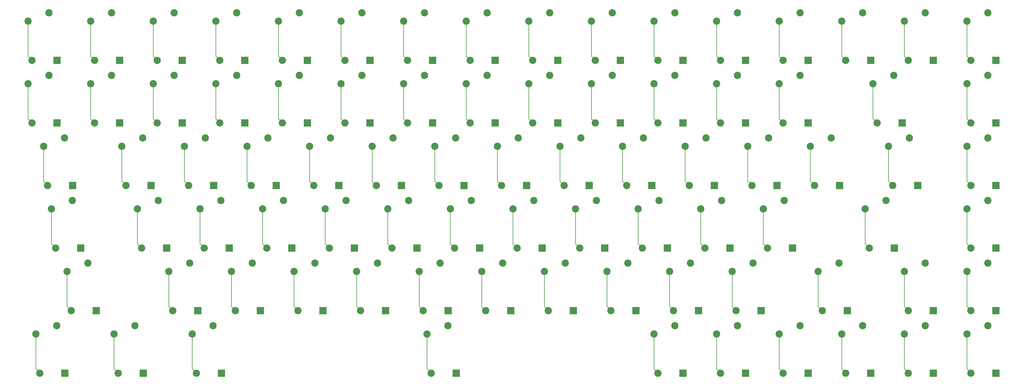
<source format=gbr>
%TF.GenerationSoftware,KiCad,Pcbnew,8.0.8-8.0.8-0~ubuntu22.04.1*%
%TF.CreationDate,2025-03-09T08:59:39-04:00*%
%TF.ProjectId,kb_test,6b625f74-6573-4742-9e6b-696361645f70,rev?*%
%TF.SameCoordinates,Original*%
%TF.FileFunction,Copper,L1,Top*%
%TF.FilePolarity,Positive*%
%FSLAX46Y46*%
G04 Gerber Fmt 4.6, Leading zero omitted, Abs format (unit mm)*
G04 Created by KiCad (PCBNEW 8.0.8-8.0.8-0~ubuntu22.04.1) date 2025-03-09 08:59:39*
%MOMM*%
%LPD*%
G01*
G04 APERTURE LIST*
%TA.AperFunction,ComponentPad*%
%ADD10R,2.200000X2.200000*%
%TD*%
%TA.AperFunction,ComponentPad*%
%ADD11O,2.200000X2.200000*%
%TD*%
%TA.AperFunction,ComponentPad*%
%ADD12C,2.200000*%
%TD*%
%TA.AperFunction,Conductor*%
%ADD13C,0.200000*%
%TD*%
G04 APERTURE END LIST*
D10*
%TO.P,D53,1,K*%
%TO.N,ROW3*%
X184213500Y-137160000D03*
D11*
%TO.P,D53,2,A*%
%TO.N,Net-(D53-A)*%
X176593500Y-137160000D03*
%TD*%
D12*
%TO.P,SW26,1,1*%
%TO.N,COL9*%
X224576000Y-84560000D03*
%TO.P,SW26,2,2*%
%TO.N,Net-(D26-A)*%
X218226000Y-87100000D03*
%TD*%
%TO.P,SW12,1,1*%
%TO.N,COL11*%
X262676000Y-65510000D03*
%TO.P,SW12,2,2*%
%TO.N,Net-(D12-A)*%
X256326000Y-68050000D03*
%TD*%
D10*
%TO.P,D23,1,K*%
%TO.N,ROW1*%
X169926000Y-99060000D03*
D11*
%TO.P,D23,2,A*%
%TO.N,Net-(D23-A)*%
X162306000Y-99060000D03*
%TD*%
D10*
%TO.P,D29,1,K*%
%TO.N,ROW1*%
X284226000Y-99060000D03*
D11*
%TO.P,D29,2,A*%
%TO.N,Net-(D29-A)*%
X276606000Y-99060000D03*
%TD*%
D12*
%TO.P,SW62,1,1*%
%TO.N,COL1*%
X95988500Y-141710000D03*
%TO.P,SW62,2,2*%
%TO.N,Net-(D62-A)*%
X89638500Y-144250000D03*
%TD*%
D10*
%TO.P,D48,1,K*%
%TO.N,ROW3*%
X88963500Y-137160000D03*
D11*
%TO.P,D48,2,A*%
%TO.N,Net-(D48-A)*%
X81343500Y-137160000D03*
%TD*%
D10*
%TO.P,D60,1,K*%
%TO.N,ROW3*%
X341376000Y-137160000D03*
D11*
%TO.P,D60,2,A*%
%TO.N,Net-(D60-A)*%
X333756000Y-137160000D03*
%TD*%
D12*
%TO.P,SW15,1,1*%
%TO.N,COL14*%
X319826000Y-65510000D03*
%TO.P,SW15,2,2*%
%TO.N,Net-(D15-A)*%
X313476000Y-68050000D03*
%TD*%
%TO.P,SW84,1,1*%
%TO.N,COL9*%
X338876000Y-160760000D03*
%TO.P,SW84,2,2*%
%TO.N,Net-(D84-A)*%
X332526000Y-163300000D03*
%TD*%
D10*
%TO.P,D34,1,K*%
%TO.N,ROW2*%
X103251000Y-118110000D03*
D11*
%TO.P,D34,2,A*%
%TO.N,Net-(D34-A)*%
X95631000Y-118110000D03*
%TD*%
D12*
%TO.P,SW37,1,1*%
%TO.N,COL5*%
X157901000Y-103610000D03*
%TO.P,SW37,2,2*%
%TO.N,Net-(D37-A)*%
X151551000Y-106150000D03*
%TD*%
D10*
%TO.P,D1,1,K*%
%TO.N,ROW0*%
X55626000Y-80010000D03*
D11*
%TO.P,D1,2,A*%
%TO.N,Net-(D1-A)*%
X48006000Y-80010000D03*
%TD*%
D12*
%TO.P,SW78,1,1*%
%TO.N,COL3*%
X174569750Y-160760000D03*
%TO.P,SW78,2,2*%
%TO.N,Net-(D78-A)*%
X168219750Y-163300000D03*
%TD*%
D10*
%TO.P,D43,1,K*%
%TO.N,ROW2*%
X274701000Y-118110000D03*
D11*
%TO.P,D43,2,A*%
%TO.N,Net-(D43-A)*%
X267081000Y-118110000D03*
%TD*%
D12*
%TO.P,SW53,1,1*%
%TO.N,COL6*%
X181713500Y-122660000D03*
%TO.P,SW53,2,2*%
%TO.N,Net-(D53-A)*%
X175363500Y-125200000D03*
%TD*%
D10*
%TO.P,D12,1,K*%
%TO.N,ROW0*%
X265176000Y-80010000D03*
D11*
%TO.P,D12,2,A*%
%TO.N,Net-(D12-A)*%
X257556000Y-80010000D03*
%TD*%
D12*
%TO.P,SW68,1,1*%
%TO.N,COL7*%
X210288500Y-141710000D03*
%TO.P,SW68,2,2*%
%TO.N,Net-(D68-A)*%
X203938500Y-144250000D03*
%TD*%
%TO.P,SW29,1,1*%
%TO.N,COL12*%
X281726000Y-84560000D03*
%TO.P,SW29,2,2*%
%TO.N,Net-(D29-A)*%
X275376000Y-87100000D03*
%TD*%
D10*
%TO.P,D73,1,K*%
%TO.N,ROW4*%
X322326000Y-156210000D03*
D11*
%TO.P,D73,2,A*%
%TO.N,Net-(D73-A)*%
X314706000Y-156210000D03*
%TD*%
D10*
%TO.P,D24,1,K*%
%TO.N,ROW1*%
X188976000Y-99060000D03*
D11*
%TO.P,D24,2,A*%
%TO.N,Net-(D24-A)*%
X181356000Y-99060000D03*
%TD*%
D10*
%TO.P,D40,1,K*%
%TO.N,ROW2*%
X217551000Y-118110000D03*
D11*
%TO.P,D40,2,A*%
%TO.N,Net-(D40-A)*%
X209931000Y-118110000D03*
%TD*%
D10*
%TO.P,D62,1,K*%
%TO.N,ROW4*%
X98488500Y-156210000D03*
D11*
%TO.P,D62,2,A*%
%TO.N,Net-(D62-A)*%
X90868500Y-156210000D03*
%TD*%
D12*
%TO.P,SW34,1,1*%
%TO.N,COL2*%
X100751000Y-103610000D03*
%TO.P,SW34,2,2*%
%TO.N,Net-(D34-A)*%
X94401000Y-106150000D03*
%TD*%
%TO.P,SW24,1,1*%
%TO.N,COL7*%
X186476000Y-84560000D03*
%TO.P,SW24,2,2*%
%TO.N,Net-(D24-A)*%
X180126000Y-87100000D03*
%TD*%
%TO.P,SW32,1,1*%
%TO.N,COL0*%
X57888500Y-103610000D03*
%TO.P,SW32,2,2*%
%TO.N,Net-(D32-A)*%
X51538500Y-106150000D03*
%TD*%
%TO.P,SW16,1,1*%
%TO.N,COL15*%
X338876000Y-65510000D03*
%TO.P,SW16,2,2*%
%TO.N,Net-(D16-A)*%
X332526000Y-68050000D03*
%TD*%
%TO.P,SW54,1,1*%
%TO.N,COL7*%
X200763500Y-122660000D03*
%TO.P,SW54,2,2*%
%TO.N,Net-(D54-A)*%
X194413500Y-125200000D03*
%TD*%
D10*
%TO.P,D84,1,K*%
%TO.N,ROW5*%
X341376000Y-175260000D03*
D11*
%TO.P,D84,2,A*%
%TO.N,Net-(D84-A)*%
X333756000Y-175260000D03*
%TD*%
D12*
%TO.P,SW36,1,1*%
%TO.N,COL4*%
X138851000Y-103610000D03*
%TO.P,SW36,2,2*%
%TO.N,Net-(D36-A)*%
X132501000Y-106150000D03*
%TD*%
%TO.P,SW6,1,1*%
%TO.N,COL5*%
X148376000Y-65510000D03*
%TO.P,SW6,2,2*%
%TO.N,Net-(D6-A)*%
X142026000Y-68050000D03*
%TD*%
%TO.P,SW44,1,1*%
%TO.N,COL12*%
X291251000Y-103610000D03*
%TO.P,SW44,2,2*%
%TO.N,Net-(D44-A)*%
X284901000Y-106150000D03*
%TD*%
%TO.P,SW9,1,1*%
%TO.N,COL8*%
X205526000Y-65510000D03*
%TO.P,SW9,2,2*%
%TO.N,Net-(D9-A)*%
X199176000Y-68050000D03*
%TD*%
%TO.P,SW51,1,1*%
%TO.N,COL4*%
X143613500Y-122660000D03*
%TO.P,SW51,2,2*%
%TO.N,Net-(D51-A)*%
X137263500Y-125200000D03*
%TD*%
%TO.P,SW45,1,1*%
%TO.N,COL13*%
X315063500Y-103610000D03*
%TO.P,SW45,2,2*%
%TO.N,Net-(D45-A)*%
X308713500Y-106150000D03*
%TD*%
D10*
%TO.P,D36,1,K*%
%TO.N,ROW2*%
X141351000Y-118110000D03*
D11*
%TO.P,D36,2,A*%
%TO.N,Net-(D36-A)*%
X133731000Y-118110000D03*
%TD*%
D10*
%TO.P,D76,1,K*%
%TO.N,ROW5*%
X81819750Y-175260000D03*
D11*
%TO.P,D76,2,A*%
%TO.N,Net-(D76-A)*%
X74199750Y-175260000D03*
%TD*%
D12*
%TO.P,SW52,1,1*%
%TO.N,COL5*%
X162663500Y-122660000D03*
%TO.P,SW52,2,2*%
%TO.N,Net-(D52-A)*%
X156313500Y-125200000D03*
%TD*%
%TO.P,SW58,1,1*%
%TO.N,COL11*%
X276963500Y-122660000D03*
%TO.P,SW58,2,2*%
%TO.N,Net-(D58-A)*%
X270613500Y-125200000D03*
%TD*%
D10*
%TO.P,D69,1,K*%
%TO.N,ROW4*%
X231838500Y-156210000D03*
D11*
%TO.P,D69,2,A*%
%TO.N,Net-(D69-A)*%
X224218500Y-156210000D03*
%TD*%
D12*
%TO.P,SW66,1,1*%
%TO.N,COL5*%
X172188500Y-141710000D03*
%TO.P,SW66,2,2*%
%TO.N,Net-(D66-A)*%
X165838500Y-144250000D03*
%TD*%
D10*
%TO.P,D5,1,K*%
%TO.N,ROW0*%
X131826000Y-80010000D03*
D11*
%TO.P,D5,2,A*%
%TO.N,Net-(D5-A)*%
X124206000Y-80010000D03*
%TD*%
D10*
%TO.P,D38,1,K*%
%TO.N,ROW2*%
X179451000Y-118110000D03*
D11*
%TO.P,D38,2,A*%
%TO.N,Net-(D38-A)*%
X171831000Y-118110000D03*
%TD*%
D10*
%TO.P,D21,1,K*%
%TO.N,ROW1*%
X131826000Y-99060000D03*
D11*
%TO.P,D21,2,A*%
%TO.N,Net-(D21-A)*%
X124206000Y-99060000D03*
%TD*%
D10*
%TO.P,D30,1,K*%
%TO.N,ROW1*%
X312801000Y-99060000D03*
D11*
%TO.P,D30,2,A*%
%TO.N,Net-(D30-A)*%
X305181000Y-99060000D03*
%TD*%
D12*
%TO.P,SW33,1,1*%
%TO.N,COL1*%
X81701000Y-103610000D03*
%TO.P,SW33,2,2*%
%TO.N,Net-(D33-A)*%
X75351000Y-106150000D03*
%TD*%
%TO.P,SW14,1,1*%
%TO.N,COL13*%
X300776000Y-65510000D03*
%TO.P,SW14,2,2*%
%TO.N,Net-(D14-A)*%
X294426000Y-68050000D03*
%TD*%
D10*
%TO.P,D10,1,K*%
%TO.N,ROW0*%
X227076000Y-80010000D03*
D11*
%TO.P,D10,2,A*%
%TO.N,Net-(D10-A)*%
X219456000Y-80010000D03*
%TD*%
D10*
%TO.P,D16,1,K*%
%TO.N,ROW0*%
X341376000Y-80010000D03*
D11*
%TO.P,D16,2,A*%
%TO.N,Net-(D16-A)*%
X333756000Y-80010000D03*
%TD*%
D12*
%TO.P,SW77,1,1*%
%TO.N,COL2*%
X103132250Y-160760000D03*
%TO.P,SW77,2,2*%
%TO.N,Net-(D77-A)*%
X96782250Y-163300000D03*
%TD*%
D10*
%TO.P,D28,1,K*%
%TO.N,ROW1*%
X265176000Y-99060000D03*
D11*
%TO.P,D28,2,A*%
%TO.N,Net-(D28-A)*%
X257556000Y-99060000D03*
%TD*%
D10*
%TO.P,D11,1,K*%
%TO.N,ROW0*%
X246126000Y-80010000D03*
D11*
%TO.P,D11,2,A*%
%TO.N,Net-(D11-A)*%
X238506000Y-80010000D03*
%TD*%
D10*
%TO.P,D39,1,K*%
%TO.N,ROW2*%
X198501000Y-118110000D03*
D11*
%TO.P,D39,2,A*%
%TO.N,Net-(D39-A)*%
X190881000Y-118110000D03*
%TD*%
D12*
%TO.P,SW71,1,1*%
%TO.N,COL10*%
X267438500Y-141710000D03*
%TO.P,SW71,2,2*%
%TO.N,Net-(D71-A)*%
X261088500Y-144250000D03*
%TD*%
%TO.P,SW20,1,1*%
%TO.N,COL3*%
X110276000Y-84560000D03*
%TO.P,SW20,2,2*%
%TO.N,Net-(D20-A)*%
X103926000Y-87100000D03*
%TD*%
D10*
%TO.P,D82,1,K*%
%TO.N,ROW5*%
X303276000Y-175260000D03*
D11*
%TO.P,D82,2,A*%
%TO.N,Net-(D82-A)*%
X295656000Y-175260000D03*
%TD*%
D10*
%TO.P,D74,1,K*%
%TO.N,ROW4*%
X341376000Y-156210000D03*
D11*
%TO.P,D74,2,A*%
%TO.N,Net-(D74-A)*%
X333756000Y-156210000D03*
%TD*%
D12*
%TO.P,SW39,1,1*%
%TO.N,COL7*%
X196001000Y-103610000D03*
%TO.P,SW39,2,2*%
%TO.N,Net-(D39-A)*%
X189651000Y-106150000D03*
%TD*%
%TO.P,SW83,1,1*%
%TO.N,COL8*%
X319826000Y-160760000D03*
%TO.P,SW83,2,2*%
%TO.N,Net-(D83-A)*%
X313476000Y-163300000D03*
%TD*%
%TO.P,SW38,1,1*%
%TO.N,COL6*%
X176951000Y-103610000D03*
%TO.P,SW38,2,2*%
%TO.N,Net-(D38-A)*%
X170601000Y-106150000D03*
%TD*%
D10*
%TO.P,D59,1,K*%
%TO.N,ROW3*%
X310419750Y-137160000D03*
D11*
%TO.P,D59,2,A*%
%TO.N,Net-(D59-A)*%
X302799750Y-137160000D03*
%TD*%
D10*
%TO.P,D42,1,K*%
%TO.N,ROW2*%
X255651000Y-118110000D03*
D11*
%TO.P,D42,2,A*%
%TO.N,Net-(D42-A)*%
X248031000Y-118110000D03*
%TD*%
D12*
%TO.P,SW80,1,1*%
%TO.N,COL5*%
X262676000Y-160760000D03*
%TO.P,SW80,2,2*%
%TO.N,Net-(D80-A)*%
X256326000Y-163300000D03*
%TD*%
D10*
%TO.P,D13,1,K*%
%TO.N,ROW0*%
X284226000Y-80010000D03*
D11*
%TO.P,D13,2,A*%
%TO.N,Net-(D13-A)*%
X276606000Y-80010000D03*
%TD*%
D12*
%TO.P,SW48,1,1*%
%TO.N,COL1*%
X86463500Y-122660000D03*
%TO.P,SW48,2,2*%
%TO.N,Net-(D48-A)*%
X80113500Y-125200000D03*
%TD*%
D10*
%TO.P,D83,1,K*%
%TO.N,ROW5*%
X322326000Y-175260000D03*
D11*
%TO.P,D83,2,A*%
%TO.N,Net-(D83-A)*%
X314706000Y-175260000D03*
%TD*%
D10*
%TO.P,D55,1,K*%
%TO.N,ROW3*%
X222313500Y-137160000D03*
D11*
%TO.P,D55,2,A*%
%TO.N,Net-(D55-A)*%
X214693500Y-137160000D03*
%TD*%
D12*
%TO.P,SW79,1,1*%
%TO.N,COL4*%
X243626000Y-160760000D03*
%TO.P,SW79,2,2*%
%TO.N,Net-(D79-A)*%
X237276000Y-163300000D03*
%TD*%
%TO.P,SW35,1,1*%
%TO.N,COL3*%
X119801000Y-103610000D03*
%TO.P,SW35,2,2*%
%TO.N,Net-(D35-A)*%
X113451000Y-106150000D03*
%TD*%
%TO.P,SW23,1,1*%
%TO.N,COL6*%
X167426000Y-84560000D03*
%TO.P,SW23,2,2*%
%TO.N,Net-(D23-A)*%
X161076000Y-87100000D03*
%TD*%
D10*
%TO.P,D41,1,K*%
%TO.N,ROW2*%
X236601000Y-118110000D03*
D11*
%TO.P,D41,2,A*%
%TO.N,Net-(D41-A)*%
X228981000Y-118110000D03*
%TD*%
D10*
%TO.P,D27,1,K*%
%TO.N,ROW1*%
X246126000Y-99060000D03*
D11*
%TO.P,D27,2,A*%
%TO.N,Net-(D27-A)*%
X238506000Y-99060000D03*
%TD*%
D12*
%TO.P,SW43,1,1*%
%TO.N,COL11*%
X272201000Y-103610000D03*
%TO.P,SW43,2,2*%
%TO.N,Net-(D43-A)*%
X265851000Y-106150000D03*
%TD*%
%TO.P,SW8,1,1*%
%TO.N,COL7*%
X186476000Y-65510000D03*
%TO.P,SW8,2,2*%
%TO.N,Net-(D8-A)*%
X180126000Y-68050000D03*
%TD*%
%TO.P,SW69,1,1*%
%TO.N,COL8*%
X229338500Y-141710000D03*
%TO.P,SW69,2,2*%
%TO.N,Net-(D69-A)*%
X222988500Y-144250000D03*
%TD*%
%TO.P,SW21,1,1*%
%TO.N,COL4*%
X129326000Y-84560000D03*
%TO.P,SW21,2,2*%
%TO.N,Net-(D21-A)*%
X122976000Y-87100000D03*
%TD*%
D10*
%TO.P,D46,1,K*%
%TO.N,ROW2*%
X341376000Y-118110000D03*
D11*
%TO.P,D46,2,A*%
%TO.N,Net-(D46-A)*%
X333756000Y-118110000D03*
%TD*%
D10*
%TO.P,D79,1,K*%
%TO.N,ROW5*%
X246126000Y-175260000D03*
D11*
%TO.P,D79,2,A*%
%TO.N,Net-(D79-A)*%
X238506000Y-175260000D03*
%TD*%
D10*
%TO.P,D72,1,K*%
%TO.N,ROW4*%
X296132250Y-156210000D03*
D11*
%TO.P,D72,2,A*%
%TO.N,Net-(D72-A)*%
X288512250Y-156210000D03*
%TD*%
D10*
%TO.P,D71,1,K*%
%TO.N,ROW4*%
X269938500Y-156210000D03*
D11*
%TO.P,D71,2,A*%
%TO.N,Net-(D71-A)*%
X262318500Y-156210000D03*
%TD*%
D12*
%TO.P,SW5,1,1*%
%TO.N,COL4*%
X129326000Y-65510000D03*
%TO.P,SW5,2,2*%
%TO.N,Net-(D5-A)*%
X122976000Y-68050000D03*
%TD*%
%TO.P,SW30,1,1*%
%TO.N,COL13*%
X310301000Y-84560000D03*
%TO.P,SW30,2,2*%
%TO.N,Net-(D30-A)*%
X303951000Y-87100000D03*
%TD*%
D10*
%TO.P,D35,1,K*%
%TO.N,ROW2*%
X122301000Y-118110000D03*
D11*
%TO.P,D35,2,A*%
%TO.N,Net-(D35-A)*%
X114681000Y-118110000D03*
%TD*%
D10*
%TO.P,D6,1,K*%
%TO.N,ROW0*%
X150876000Y-80010000D03*
D11*
%TO.P,D6,2,A*%
%TO.N,Net-(D6-A)*%
X143256000Y-80010000D03*
%TD*%
D12*
%TO.P,SW72,1,1*%
%TO.N,COL11*%
X293632250Y-141710000D03*
%TO.P,SW72,2,2*%
%TO.N,Net-(D72-A)*%
X287282250Y-144250000D03*
%TD*%
D10*
%TO.P,D78,1,K*%
%TO.N,ROW5*%
X177069750Y-175260000D03*
D11*
%TO.P,D78,2,A*%
%TO.N,Net-(D78-A)*%
X169449750Y-175260000D03*
%TD*%
D10*
%TO.P,D22,1,K*%
%TO.N,ROW1*%
X150876000Y-99060000D03*
D11*
%TO.P,D22,2,A*%
%TO.N,Net-(D22-A)*%
X143256000Y-99060000D03*
%TD*%
D10*
%TO.P,D45,1,K*%
%TO.N,ROW2*%
X317563500Y-118110000D03*
D11*
%TO.P,D45,2,A*%
%TO.N,Net-(D45-A)*%
X309943500Y-118110000D03*
%TD*%
D10*
%TO.P,D67,1,K*%
%TO.N,ROW4*%
X193738500Y-156210000D03*
D11*
%TO.P,D67,2,A*%
%TO.N,Net-(D67-A)*%
X186118500Y-156210000D03*
%TD*%
D10*
%TO.P,D8,1,K*%
%TO.N,ROW0*%
X188976000Y-80010000D03*
D11*
%TO.P,D8,2,A*%
%TO.N,Net-(D8-A)*%
X181356000Y-80010000D03*
%TD*%
D12*
%TO.P,SW75,1,1*%
%TO.N,COL0*%
X55507250Y-160760000D03*
%TO.P,SW75,2,2*%
%TO.N,Net-(D75-A)*%
X49157250Y-163300000D03*
%TD*%
D10*
%TO.P,D68,1,K*%
%TO.N,ROW4*%
X212788500Y-156210000D03*
D11*
%TO.P,D68,2,A*%
%TO.N,Net-(D68-A)*%
X205168500Y-156210000D03*
%TD*%
D10*
%TO.P,D54,1,K*%
%TO.N,ROW3*%
X203263500Y-137160000D03*
D11*
%TO.P,D54,2,A*%
%TO.N,Net-(D54-A)*%
X195643500Y-137160000D03*
%TD*%
D12*
%TO.P,SW2,1,1*%
%TO.N,COL1*%
X72176000Y-65510000D03*
%TO.P,SW2,2,2*%
%TO.N,Net-(D2-A)*%
X65826000Y-68050000D03*
%TD*%
D10*
%TO.P,D33,1,K*%
%TO.N,ROW2*%
X84201000Y-118110000D03*
D11*
%TO.P,D33,2,A*%
%TO.N,Net-(D33-A)*%
X76581000Y-118110000D03*
%TD*%
D10*
%TO.P,D31,1,K*%
%TO.N,ROW1*%
X341376000Y-99060000D03*
D11*
%TO.P,D31,2,A*%
%TO.N,Net-(D31-A)*%
X333756000Y-99060000D03*
%TD*%
D12*
%TO.P,SW10,1,1*%
%TO.N,COL9*%
X224576000Y-65510000D03*
%TO.P,SW10,2,2*%
%TO.N,Net-(D10-A)*%
X218226000Y-68050000D03*
%TD*%
D10*
%TO.P,D20,1,K*%
%TO.N,ROW1*%
X112776000Y-99060000D03*
D11*
%TO.P,D20,2,A*%
%TO.N,Net-(D20-A)*%
X105156000Y-99060000D03*
%TD*%
D12*
%TO.P,SW60,1,1*%
%TO.N,COL13*%
X338876000Y-122660000D03*
%TO.P,SW60,2,2*%
%TO.N,Net-(D60-A)*%
X332526000Y-125200000D03*
%TD*%
D10*
%TO.P,D75,1,K*%
%TO.N,ROW5*%
X58007250Y-175260000D03*
D11*
%TO.P,D75,2,A*%
%TO.N,Net-(D75-A)*%
X50387250Y-175260000D03*
%TD*%
D12*
%TO.P,SW11,1,1*%
%TO.N,COL10*%
X243626000Y-65510000D03*
%TO.P,SW11,2,2*%
%TO.N,Net-(D11-A)*%
X237276000Y-68050000D03*
%TD*%
D10*
%TO.P,D19,1,K*%
%TO.N,ROW1*%
X93726000Y-99060000D03*
D11*
%TO.P,D19,2,A*%
%TO.N,Net-(D19-A)*%
X86106000Y-99060000D03*
%TD*%
D12*
%TO.P,SW28,1,1*%
%TO.N,COL11*%
X262676000Y-84560000D03*
%TO.P,SW28,2,2*%
%TO.N,Net-(D28-A)*%
X256326000Y-87100000D03*
%TD*%
D10*
%TO.P,D15,1,K*%
%TO.N,ROW0*%
X322326000Y-80010000D03*
D11*
%TO.P,D15,2,A*%
%TO.N,Net-(D15-A)*%
X314706000Y-80010000D03*
%TD*%
D12*
%TO.P,SW67,1,1*%
%TO.N,COL6*%
X191238500Y-141710000D03*
%TO.P,SW67,2,2*%
%TO.N,Net-(D67-A)*%
X184888500Y-144250000D03*
%TD*%
%TO.P,SW47,1,1*%
%TO.N,COL0*%
X60269750Y-122660000D03*
%TO.P,SW47,2,2*%
%TO.N,Net-(D47-A)*%
X53919750Y-125200000D03*
%TD*%
%TO.P,SW25,1,1*%
%TO.N,COL8*%
X205526000Y-84560000D03*
%TO.P,SW25,2,2*%
%TO.N,Net-(D25-A)*%
X199176000Y-87100000D03*
%TD*%
%TO.P,SW74,1,1*%
%TO.N,COL13*%
X338876000Y-141710000D03*
%TO.P,SW74,2,2*%
%TO.N,Net-(D74-A)*%
X332526000Y-144250000D03*
%TD*%
%TO.P,SW82,1,1*%
%TO.N,COL7*%
X300776000Y-160760000D03*
%TO.P,SW82,2,2*%
%TO.N,Net-(D82-A)*%
X294426000Y-163300000D03*
%TD*%
%TO.P,SW63,1,1*%
%TO.N,COL2*%
X115038500Y-141710000D03*
%TO.P,SW63,2,2*%
%TO.N,Net-(D63-A)*%
X108688500Y-144250000D03*
%TD*%
%TO.P,SW50,1,1*%
%TO.N,COL3*%
X124563500Y-122660000D03*
%TO.P,SW50,2,2*%
%TO.N,Net-(D50-A)*%
X118213500Y-125200000D03*
%TD*%
D10*
%TO.P,D47,1,K*%
%TO.N,ROW3*%
X62769750Y-137160000D03*
D11*
%TO.P,D47,2,A*%
%TO.N,Net-(D47-A)*%
X55149750Y-137160000D03*
%TD*%
D10*
%TO.P,D58,1,K*%
%TO.N,ROW3*%
X279463500Y-137160000D03*
D11*
%TO.P,D58,2,A*%
%TO.N,Net-(D58-A)*%
X271843500Y-137160000D03*
%TD*%
D10*
%TO.P,D63,1,K*%
%TO.N,ROW4*%
X117538500Y-156210000D03*
D11*
%TO.P,D63,2,A*%
%TO.N,Net-(D63-A)*%
X109918500Y-156210000D03*
%TD*%
D12*
%TO.P,SW1,1,1*%
%TO.N,COL0*%
X53126000Y-65510000D03*
%TO.P,SW1,2,2*%
%TO.N,Net-(D1-A)*%
X46776000Y-68050000D03*
%TD*%
D10*
%TO.P,D49,1,K*%
%TO.N,ROW3*%
X108013500Y-137160000D03*
D11*
%TO.P,D49,2,A*%
%TO.N,Net-(D49-A)*%
X100393500Y-137160000D03*
%TD*%
D12*
%TO.P,SW17,1,1*%
%TO.N,COL0*%
X53126000Y-84560000D03*
%TO.P,SW17,2,2*%
%TO.N,Net-(D17-A)*%
X46776000Y-87100000D03*
%TD*%
%TO.P,SW56,1,1*%
%TO.N,COL9*%
X238863500Y-122660000D03*
%TO.P,SW56,2,2*%
%TO.N,Net-(D56-A)*%
X232513500Y-125200000D03*
%TD*%
D10*
%TO.P,D57,1,K*%
%TO.N,ROW3*%
X260413500Y-137160000D03*
D11*
%TO.P,D57,2,A*%
%TO.N,Net-(D57-A)*%
X252793500Y-137160000D03*
%TD*%
D10*
%TO.P,D80,1,K*%
%TO.N,ROW5*%
X265176000Y-175260000D03*
D11*
%TO.P,D80,2,A*%
%TO.N,Net-(D80-A)*%
X257556000Y-175260000D03*
%TD*%
D10*
%TO.P,D14,1,K*%
%TO.N,ROW0*%
X303276000Y-80010000D03*
D11*
%TO.P,D14,2,A*%
%TO.N,Net-(D14-A)*%
X295656000Y-80010000D03*
%TD*%
D12*
%TO.P,SW13,1,1*%
%TO.N,COL12*%
X281726000Y-65510000D03*
%TO.P,SW13,2,2*%
%TO.N,Net-(D13-A)*%
X275376000Y-68050000D03*
%TD*%
%TO.P,SW4,1,1*%
%TO.N,COL3*%
X110276000Y-65510000D03*
%TO.P,SW4,2,2*%
%TO.N,Net-(D4-A)*%
X103926000Y-68050000D03*
%TD*%
%TO.P,SW18,1,1*%
%TO.N,COL1*%
X72176000Y-84560000D03*
%TO.P,SW18,2,2*%
%TO.N,Net-(D18-A)*%
X65826000Y-87100000D03*
%TD*%
D10*
%TO.P,D52,1,K*%
%TO.N,ROW3*%
X165163500Y-137160000D03*
D11*
%TO.P,D52,2,A*%
%TO.N,Net-(D52-A)*%
X157543500Y-137160000D03*
%TD*%
D12*
%TO.P,SW7,1,1*%
%TO.N,COL6*%
X167426000Y-65510000D03*
%TO.P,SW7,2,2*%
%TO.N,Net-(D7-A)*%
X161076000Y-68050000D03*
%TD*%
D10*
%TO.P,D65,1,K*%
%TO.N,ROW4*%
X155638500Y-156210000D03*
D11*
%TO.P,D65,2,A*%
%TO.N,Net-(D65-A)*%
X148018500Y-156210000D03*
%TD*%
D10*
%TO.P,D77,1,K*%
%TO.N,ROW5*%
X105632250Y-175260000D03*
D11*
%TO.P,D77,2,A*%
%TO.N,Net-(D77-A)*%
X98012250Y-175260000D03*
%TD*%
D10*
%TO.P,D50,1,K*%
%TO.N,ROW3*%
X127063500Y-137160000D03*
D11*
%TO.P,D50,2,A*%
%TO.N,Net-(D50-A)*%
X119443500Y-137160000D03*
%TD*%
D12*
%TO.P,SW22,1,1*%
%TO.N,COL5*%
X148376000Y-84560000D03*
%TO.P,SW22,2,2*%
%TO.N,Net-(D22-A)*%
X142026000Y-87100000D03*
%TD*%
%TO.P,SW73,1,1*%
%TO.N,COL12*%
X319826000Y-141710000D03*
%TO.P,SW73,2,2*%
%TO.N,Net-(D73-A)*%
X313476000Y-144250000D03*
%TD*%
%TO.P,SW61,1,1*%
%TO.N,COL0*%
X65032250Y-141710000D03*
%TO.P,SW61,2,2*%
%TO.N,Net-(D61-A)*%
X58682250Y-144250000D03*
%TD*%
D10*
%TO.P,D32,1,K*%
%TO.N,ROW2*%
X60388500Y-118110000D03*
D11*
%TO.P,D32,2,A*%
%TO.N,Net-(D32-A)*%
X52768500Y-118110000D03*
%TD*%
D10*
%TO.P,D7,1,K*%
%TO.N,ROW0*%
X169926000Y-80010000D03*
D11*
%TO.P,D7,2,A*%
%TO.N,Net-(D7-A)*%
X162306000Y-80010000D03*
%TD*%
D12*
%TO.P,SW27,1,1*%
%TO.N,COL10*%
X243626000Y-84560000D03*
%TO.P,SW27,2,2*%
%TO.N,Net-(D27-A)*%
X237276000Y-87100000D03*
%TD*%
D10*
%TO.P,D66,1,K*%
%TO.N,ROW4*%
X174688500Y-156210000D03*
D11*
%TO.P,D66,2,A*%
%TO.N,Net-(D66-A)*%
X167068500Y-156210000D03*
%TD*%
D10*
%TO.P,D81,1,K*%
%TO.N,ROW5*%
X284226000Y-175260000D03*
D11*
%TO.P,D81,2,A*%
%TO.N,Net-(D81-A)*%
X276606000Y-175260000D03*
%TD*%
D10*
%TO.P,D56,1,K*%
%TO.N,ROW3*%
X241363500Y-137160000D03*
D11*
%TO.P,D56,2,A*%
%TO.N,Net-(D56-A)*%
X233743500Y-137160000D03*
%TD*%
D12*
%TO.P,SW65,1,1*%
%TO.N,COL4*%
X153138500Y-141710000D03*
%TO.P,SW65,2,2*%
%TO.N,Net-(D65-A)*%
X146788500Y-144250000D03*
%TD*%
D10*
%TO.P,D2,1,K*%
%TO.N,ROW0*%
X74676000Y-80010000D03*
D11*
%TO.P,D2,2,A*%
%TO.N,Net-(D2-A)*%
X67056000Y-80010000D03*
%TD*%
D10*
%TO.P,D64,1,K*%
%TO.N,ROW4*%
X136588500Y-156210000D03*
D11*
%TO.P,D64,2,A*%
%TO.N,Net-(D64-A)*%
X128968500Y-156210000D03*
%TD*%
D10*
%TO.P,D25,1,K*%
%TO.N,ROW1*%
X208026000Y-99060000D03*
D11*
%TO.P,D25,2,A*%
%TO.N,Net-(D25-A)*%
X200406000Y-99060000D03*
%TD*%
D10*
%TO.P,D3,1,K*%
%TO.N,ROW0*%
X93726000Y-80010000D03*
D11*
%TO.P,D3,2,A*%
%TO.N,Net-(D3-A)*%
X86106000Y-80010000D03*
%TD*%
D12*
%TO.P,SW76,1,1*%
%TO.N,COL1*%
X79319750Y-160760000D03*
%TO.P,SW76,2,2*%
%TO.N,Net-(D76-A)*%
X72969750Y-163300000D03*
%TD*%
D10*
%TO.P,D17,1,K*%
%TO.N,ROW1*%
X55626000Y-99060000D03*
D11*
%TO.P,D17,2,A*%
%TO.N,Net-(D17-A)*%
X48006000Y-99060000D03*
%TD*%
D12*
%TO.P,SW41,1,1*%
%TO.N,COL9*%
X234101000Y-103610000D03*
%TO.P,SW41,2,2*%
%TO.N,Net-(D41-A)*%
X227751000Y-106150000D03*
%TD*%
%TO.P,SW57,1,1*%
%TO.N,COL10*%
X257913500Y-122660000D03*
%TO.P,SW57,2,2*%
%TO.N,Net-(D57-A)*%
X251563500Y-125200000D03*
%TD*%
D10*
%TO.P,D9,1,K*%
%TO.N,ROW0*%
X208026000Y-80010000D03*
D11*
%TO.P,D9,2,A*%
%TO.N,Net-(D9-A)*%
X200406000Y-80010000D03*
%TD*%
D12*
%TO.P,SW64,1,1*%
%TO.N,COL3*%
X134088500Y-141710000D03*
%TO.P,SW64,2,2*%
%TO.N,Net-(D64-A)*%
X127738500Y-144250000D03*
%TD*%
%TO.P,SW19,1,1*%
%TO.N,COL2*%
X91226000Y-84560000D03*
%TO.P,SW19,2,2*%
%TO.N,Net-(D19-A)*%
X84876000Y-87100000D03*
%TD*%
D10*
%TO.P,D4,1,K*%
%TO.N,ROW0*%
X112776000Y-80010000D03*
D11*
%TO.P,D4,2,A*%
%TO.N,Net-(D4-A)*%
X105156000Y-80010000D03*
%TD*%
D10*
%TO.P,D70,1,K*%
%TO.N,ROW4*%
X250888500Y-156210000D03*
D11*
%TO.P,D70,2,A*%
%TO.N,Net-(D70-A)*%
X243268500Y-156210000D03*
%TD*%
D10*
%TO.P,D44,1,K*%
%TO.N,ROW2*%
X293751000Y-118110000D03*
D11*
%TO.P,D44,2,A*%
%TO.N,Net-(D44-A)*%
X286131000Y-118110000D03*
%TD*%
D10*
%TO.P,D18,1,K*%
%TO.N,ROW1*%
X74676000Y-99060000D03*
D11*
%TO.P,D18,2,A*%
%TO.N,Net-(D18-A)*%
X67056000Y-99060000D03*
%TD*%
D10*
%TO.P,D37,1,K*%
%TO.N,ROW2*%
X160401000Y-118110000D03*
D11*
%TO.P,D37,2,A*%
%TO.N,Net-(D37-A)*%
X152781000Y-118110000D03*
%TD*%
D12*
%TO.P,SW55,1,1*%
%TO.N,COL8*%
X219813500Y-122660000D03*
%TO.P,SW55,2,2*%
%TO.N,Net-(D55-A)*%
X213463500Y-125200000D03*
%TD*%
D10*
%TO.P,D51,1,K*%
%TO.N,ROW3*%
X146113500Y-137160000D03*
D11*
%TO.P,D51,2,A*%
%TO.N,Net-(D51-A)*%
X138493500Y-137160000D03*
%TD*%
D12*
%TO.P,SW49,1,1*%
%TO.N,COL2*%
X105513500Y-122660000D03*
%TO.P,SW49,2,2*%
%TO.N,Net-(D49-A)*%
X99163500Y-125200000D03*
%TD*%
%TO.P,SW59,1,1*%
%TO.N,COL12*%
X307919750Y-122660000D03*
%TO.P,SW59,2,2*%
%TO.N,Net-(D59-A)*%
X301569750Y-125200000D03*
%TD*%
%TO.P,SW46,1,1*%
%TO.N,COL14*%
X338876000Y-103610000D03*
%TO.P,SW46,2,2*%
%TO.N,Net-(D46-A)*%
X332526000Y-106150000D03*
%TD*%
%TO.P,SW70,1,1*%
%TO.N,COL9*%
X248388500Y-141710000D03*
%TO.P,SW70,2,2*%
%TO.N,Net-(D70-A)*%
X242038500Y-144250000D03*
%TD*%
%TO.P,SW3,1,1*%
%TO.N,COL2*%
X91226000Y-65510000D03*
%TO.P,SW3,2,2*%
%TO.N,Net-(D3-A)*%
X84876000Y-68050000D03*
%TD*%
%TO.P,SW31,1,1*%
%TO.N,COL14*%
X338876000Y-84560000D03*
%TO.P,SW31,2,2*%
%TO.N,Net-(D31-A)*%
X332526000Y-87100000D03*
%TD*%
D10*
%TO.P,D61,1,K*%
%TO.N,ROW4*%
X67532250Y-156210000D03*
D11*
%TO.P,D61,2,A*%
%TO.N,Net-(D61-A)*%
X59912250Y-156210000D03*
%TD*%
D10*
%TO.P,D26,1,K*%
%TO.N,ROW1*%
X227076000Y-99060000D03*
D11*
%TO.P,D26,2,A*%
%TO.N,Net-(D26-A)*%
X219456000Y-99060000D03*
%TD*%
D12*
%TO.P,SW81,1,1*%
%TO.N,COL6*%
X281726000Y-160760000D03*
%TO.P,SW81,2,2*%
%TO.N,Net-(D81-A)*%
X275376000Y-163300000D03*
%TD*%
%TO.P,SW40,1,1*%
%TO.N,COL8*%
X215051000Y-103610000D03*
%TO.P,SW40,2,2*%
%TO.N,Net-(D40-A)*%
X208701000Y-106150000D03*
%TD*%
%TO.P,SW42,1,1*%
%TO.N,COL10*%
X253151000Y-103610000D03*
%TO.P,SW42,2,2*%
%TO.N,Net-(D42-A)*%
X246801000Y-106150000D03*
%TD*%
D13*
%TO.N,Net-(D1-A)*%
X46776000Y-78780000D02*
X48006000Y-80010000D01*
X46776000Y-68050000D02*
X46776000Y-78780000D01*
%TO.N,Net-(D2-A)*%
X65826000Y-78780000D02*
X67056000Y-80010000D01*
X65826000Y-68050000D02*
X65826000Y-78780000D01*
%TO.N,Net-(D3-A)*%
X84876000Y-68050000D02*
X84876000Y-78780000D01*
X84876000Y-78780000D02*
X86106000Y-80010000D01*
%TO.N,Net-(D4-A)*%
X103926000Y-68050000D02*
X103926000Y-78780000D01*
X103926000Y-78780000D02*
X105156000Y-80010000D01*
%TO.N,Net-(D5-A)*%
X122976000Y-68050000D02*
X122976000Y-78780000D01*
X122976000Y-78780000D02*
X124206000Y-80010000D01*
%TO.N,Net-(D6-A)*%
X142026000Y-68050000D02*
X142026000Y-78780000D01*
X142026000Y-78780000D02*
X143256000Y-80010000D01*
%TO.N,Net-(D7-A)*%
X161076000Y-68050000D02*
X161076000Y-78780000D01*
X161076000Y-78780000D02*
X162306000Y-80010000D01*
%TO.N,Net-(D8-A)*%
X180126000Y-68050000D02*
X180126000Y-78780000D01*
X180126000Y-78780000D02*
X181356000Y-80010000D01*
%TO.N,Net-(D9-A)*%
X199176000Y-78780000D02*
X200406000Y-80010000D01*
X199176000Y-68050000D02*
X199176000Y-78780000D01*
%TO.N,Net-(D10-A)*%
X218226000Y-68050000D02*
X218226000Y-78780000D01*
X218226000Y-78780000D02*
X219456000Y-80010000D01*
%TO.N,Net-(D11-A)*%
X237276000Y-68050000D02*
X237276000Y-78780000D01*
X237276000Y-78780000D02*
X238506000Y-80010000D01*
%TO.N,Net-(D12-A)*%
X256326000Y-68050000D02*
X256326000Y-78780000D01*
X256326000Y-78780000D02*
X257556000Y-80010000D01*
%TO.N,Net-(D13-A)*%
X275376000Y-68050000D02*
X275376000Y-78780000D01*
X275376000Y-78780000D02*
X276606000Y-80010000D01*
%TO.N,Net-(D14-A)*%
X294426000Y-68050000D02*
X294426000Y-78780000D01*
X294426000Y-78780000D02*
X295656000Y-80010000D01*
%TO.N,Net-(D15-A)*%
X313476000Y-68050000D02*
X313476000Y-78780000D01*
X313476000Y-78780000D02*
X314706000Y-80010000D01*
%TO.N,Net-(D16-A)*%
X332526000Y-68050000D02*
X332526000Y-78780000D01*
X332526000Y-78780000D02*
X333756000Y-80010000D01*
%TO.N,Net-(D17-A)*%
X46776000Y-87100000D02*
X46776000Y-97830000D01*
X46776000Y-97830000D02*
X48006000Y-99060000D01*
%TO.N,Net-(D18-A)*%
X65826000Y-87100000D02*
X65826000Y-97830000D01*
X65826000Y-97830000D02*
X67056000Y-99060000D01*
%TO.N,Net-(D19-A)*%
X84876000Y-87100000D02*
X84876000Y-97830000D01*
X84876000Y-97830000D02*
X86106000Y-99060000D01*
%TO.N,Net-(D20-A)*%
X103926000Y-87100000D02*
X103926000Y-97830000D01*
X103926000Y-97830000D02*
X105156000Y-99060000D01*
%TO.N,Net-(D21-A)*%
X122976000Y-87100000D02*
X122976000Y-97830000D01*
X122976000Y-97830000D02*
X124206000Y-99060000D01*
%TO.N,Net-(D22-A)*%
X142026000Y-87100000D02*
X142026000Y-97830000D01*
X142026000Y-97830000D02*
X143256000Y-99060000D01*
%TO.N,Net-(D23-A)*%
X161076000Y-87100000D02*
X161076000Y-97830000D01*
X161076000Y-97830000D02*
X162306000Y-99060000D01*
%TO.N,Net-(D24-A)*%
X180126000Y-97830000D02*
X181356000Y-99060000D01*
X180126000Y-87100000D02*
X180126000Y-97830000D01*
%TO.N,Net-(D25-A)*%
X199176000Y-87100000D02*
X199176000Y-97830000D01*
X199176000Y-97830000D02*
X200406000Y-99060000D01*
%TO.N,Net-(D26-A)*%
X218226000Y-87100000D02*
X218226000Y-97830000D01*
X218226000Y-97830000D02*
X219456000Y-99060000D01*
%TO.N,Net-(D27-A)*%
X237276000Y-97830000D02*
X238506000Y-99060000D01*
X237276000Y-87100000D02*
X237276000Y-97830000D01*
%TO.N,Net-(D28-A)*%
X256326000Y-87100000D02*
X256326000Y-97830000D01*
X256326000Y-97830000D02*
X257556000Y-99060000D01*
%TO.N,Net-(D29-A)*%
X275376000Y-97830000D02*
X276606000Y-99060000D01*
X275376000Y-87100000D02*
X275376000Y-97830000D01*
%TO.N,Net-(D30-A)*%
X303951000Y-87100000D02*
X303951000Y-97830000D01*
X303951000Y-97830000D02*
X305181000Y-99060000D01*
%TO.N,Net-(D31-A)*%
X332526000Y-97830000D02*
X333756000Y-99060000D01*
X332526000Y-87100000D02*
X332526000Y-97830000D01*
%TO.N,Net-(D32-A)*%
X51538500Y-106150000D02*
X51538500Y-116880000D01*
X51538500Y-116880000D02*
X52768500Y-118110000D01*
%TO.N,Net-(D33-A)*%
X75351000Y-116880000D02*
X76581000Y-118110000D01*
X75351000Y-106150000D02*
X75351000Y-116880000D01*
%TO.N,Net-(D34-A)*%
X94401000Y-116880000D02*
X95631000Y-118110000D01*
X94401000Y-106150000D02*
X94401000Y-116880000D01*
%TO.N,Net-(D35-A)*%
X113451000Y-106150000D02*
X113451000Y-116880000D01*
X113451000Y-116880000D02*
X114681000Y-118110000D01*
%TO.N,Net-(D36-A)*%
X132501000Y-106150000D02*
X132501000Y-116880000D01*
X132501000Y-116880000D02*
X133731000Y-118110000D01*
%TO.N,Net-(D37-A)*%
X151551000Y-116880000D02*
X152781000Y-118110000D01*
X151551000Y-106150000D02*
X151551000Y-116880000D01*
%TO.N,Net-(D38-A)*%
X170601000Y-106150000D02*
X170601000Y-116880000D01*
X170601000Y-116880000D02*
X171831000Y-118110000D01*
%TO.N,Net-(D39-A)*%
X189651000Y-116880000D02*
X190881000Y-118110000D01*
X189651000Y-106150000D02*
X189651000Y-116880000D01*
%TO.N,Net-(D40-A)*%
X208701000Y-116880000D02*
X209931000Y-118110000D01*
X208701000Y-106150000D02*
X208701000Y-116880000D01*
%TO.N,Net-(D41-A)*%
X227751000Y-106150000D02*
X227751000Y-116880000D01*
X227751000Y-116880000D02*
X228981000Y-118110000D01*
%TO.N,Net-(D42-A)*%
X246801000Y-116880000D02*
X248031000Y-118110000D01*
X246801000Y-106150000D02*
X246801000Y-116880000D01*
%TO.N,Net-(D43-A)*%
X265851000Y-116880000D02*
X267081000Y-118110000D01*
X265851000Y-106150000D02*
X265851000Y-116880000D01*
%TO.N,Net-(D44-A)*%
X284901000Y-106150000D02*
X284901000Y-116880000D01*
X284901000Y-116880000D02*
X286131000Y-118110000D01*
%TO.N,Net-(D45-A)*%
X308713500Y-106150000D02*
X308713500Y-116880000D01*
X308713500Y-116880000D02*
X309943500Y-118110000D01*
%TO.N,Net-(D46-A)*%
X332526000Y-106150000D02*
X332526000Y-116880000D01*
X332526000Y-116880000D02*
X333756000Y-118110000D01*
%TO.N,Net-(D47-A)*%
X53919750Y-135930000D02*
X55149750Y-137160000D01*
X53919750Y-125200000D02*
X53919750Y-135930000D01*
%TO.N,Net-(D48-A)*%
X80113500Y-135930000D02*
X81343500Y-137160000D01*
X80113500Y-125200000D02*
X80113500Y-135930000D01*
%TO.N,Net-(D49-A)*%
X99163500Y-125200000D02*
X99163500Y-135930000D01*
X99163500Y-135930000D02*
X100393500Y-137160000D01*
%TO.N,Net-(D50-A)*%
X118213500Y-125200000D02*
X118213500Y-135930000D01*
X118213500Y-135930000D02*
X119443500Y-137160000D01*
%TO.N,Net-(D51-A)*%
X137263500Y-135930000D02*
X138493500Y-137160000D01*
X137263500Y-125200000D02*
X137263500Y-135930000D01*
%TO.N,Net-(D52-A)*%
X156313500Y-135930000D02*
X157543500Y-137160000D01*
X156313500Y-125200000D02*
X156313500Y-135930000D01*
%TO.N,Net-(D53-A)*%
X175363500Y-135930000D02*
X176593500Y-137160000D01*
X175363500Y-125200000D02*
X175363500Y-135930000D01*
%TO.N,Net-(D54-A)*%
X194413500Y-125200000D02*
X194413500Y-135930000D01*
X194413500Y-135930000D02*
X195643500Y-137160000D01*
%TO.N,Net-(D55-A)*%
X213463500Y-125200000D02*
X213463500Y-135930000D01*
X213463500Y-135930000D02*
X214693500Y-137160000D01*
%TO.N,Net-(D56-A)*%
X232513500Y-135930000D02*
X233743500Y-137160000D01*
X232513500Y-125200000D02*
X232513500Y-135930000D01*
%TO.N,Net-(D57-A)*%
X251563500Y-135930000D02*
X252793500Y-137160000D01*
X251563500Y-125200000D02*
X251563500Y-135930000D01*
%TO.N,Net-(D58-A)*%
X270613500Y-125200000D02*
X270613500Y-135930000D01*
X270613500Y-135930000D02*
X271843500Y-137160000D01*
%TO.N,Net-(D59-A)*%
X301569750Y-135930000D02*
X302799750Y-137160000D01*
X301569750Y-125200000D02*
X301569750Y-135930000D01*
%TO.N,Net-(D60-A)*%
X332526000Y-135930000D02*
X333756000Y-137160000D01*
X332526000Y-125200000D02*
X332526000Y-135930000D01*
%TO.N,Net-(D61-A)*%
X58682250Y-154980000D02*
X59912250Y-156210000D01*
X58682250Y-144250000D02*
X58682250Y-154980000D01*
%TO.N,Net-(D62-A)*%
X89638500Y-144250000D02*
X89638500Y-154980000D01*
X89638500Y-154980000D02*
X90868500Y-156210000D01*
%TO.N,Net-(D63-A)*%
X108688500Y-144250000D02*
X108688500Y-154980000D01*
X108688500Y-154980000D02*
X109918500Y-156210000D01*
%TO.N,Net-(D64-A)*%
X127738500Y-154980000D02*
X128968500Y-156210000D01*
X127738500Y-144250000D02*
X127738500Y-154980000D01*
%TO.N,Net-(D65-A)*%
X146788500Y-154980000D02*
X148018500Y-156210000D01*
X146788500Y-144250000D02*
X146788500Y-154980000D01*
%TO.N,Net-(D66-A)*%
X165838500Y-154980000D02*
X167068500Y-156210000D01*
X165838500Y-144250000D02*
X165838500Y-154980000D01*
%TO.N,Net-(D67-A)*%
X184888500Y-144250000D02*
X184888500Y-154980000D01*
X184888500Y-154980000D02*
X186118500Y-156210000D01*
%TO.N,Net-(D68-A)*%
X203938500Y-144250000D02*
X203938500Y-154980000D01*
X203938500Y-154980000D02*
X205168500Y-156210000D01*
%TO.N,Net-(D69-A)*%
X222988500Y-154980000D02*
X224218500Y-156210000D01*
X222988500Y-144250000D02*
X222988500Y-154980000D01*
%TO.N,Net-(D70-A)*%
X242038500Y-144250000D02*
X242038500Y-154980000D01*
X242038500Y-154980000D02*
X243268500Y-156210000D01*
%TO.N,Net-(D71-A)*%
X261088500Y-154980000D02*
X262318500Y-156210000D01*
X261088500Y-144250000D02*
X261088500Y-154980000D01*
%TO.N,Net-(D72-A)*%
X287282250Y-144250000D02*
X287282250Y-154980000D01*
X287282250Y-154980000D02*
X288512250Y-156210000D01*
%TO.N,Net-(D73-A)*%
X313476000Y-144250000D02*
X313476000Y-154980000D01*
X313476000Y-154980000D02*
X314706000Y-156210000D01*
%TO.N,Net-(D74-A)*%
X332526000Y-144250000D02*
X332526000Y-154980000D01*
X332526000Y-154980000D02*
X333756000Y-156210000D01*
%TO.N,Net-(D75-A)*%
X49157250Y-163300000D02*
X49157250Y-174030000D01*
X49157250Y-174030000D02*
X50387250Y-175260000D01*
%TO.N,Net-(D76-A)*%
X72969750Y-163300000D02*
X72969750Y-174030000D01*
X72969750Y-174030000D02*
X74199750Y-175260000D01*
%TO.N,Net-(D77-A)*%
X96782250Y-174030000D02*
X98012250Y-175260000D01*
X96782250Y-163300000D02*
X96782250Y-174030000D01*
%TO.N,Net-(D78-A)*%
X168219750Y-163300000D02*
X168219750Y-174030000D01*
X168219750Y-174030000D02*
X169449750Y-175260000D01*
%TO.N,Net-(D79-A)*%
X237276000Y-163300000D02*
X237276000Y-174030000D01*
X237276000Y-174030000D02*
X238506000Y-175260000D01*
%TO.N,Net-(D80-A)*%
X256326000Y-163300000D02*
X256326000Y-174030000D01*
X256326000Y-174030000D02*
X257556000Y-175260000D01*
%TO.N,Net-(D81-A)*%
X275376000Y-163300000D02*
X275376000Y-174030000D01*
X275376000Y-174030000D02*
X276606000Y-175260000D01*
%TO.N,Net-(D82-A)*%
X294426000Y-174030000D02*
X295656000Y-175260000D01*
X294426000Y-163300000D02*
X294426000Y-174030000D01*
%TO.N,Net-(D83-A)*%
X313476000Y-174030000D02*
X314706000Y-175260000D01*
X313476000Y-163300000D02*
X313476000Y-174030000D01*
%TO.N,Net-(D84-A)*%
X332526000Y-163300000D02*
X332526000Y-174030000D01*
X332526000Y-174030000D02*
X333756000Y-175260000D01*
%TD*%
M02*

</source>
